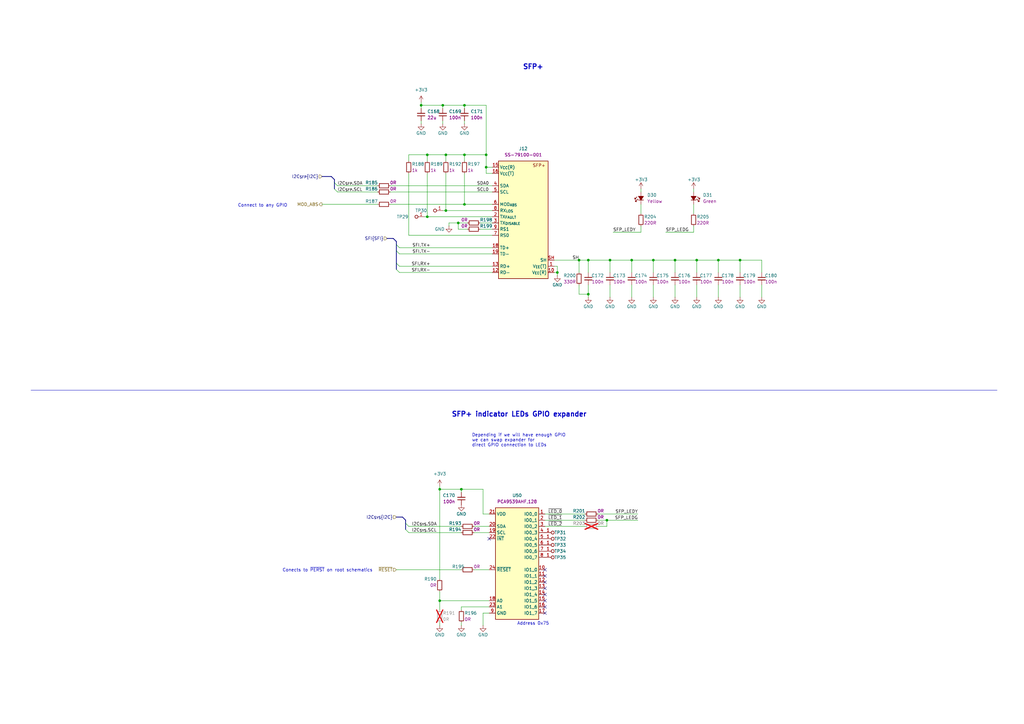
<source format=kicad_sch>
(kicad_sch (version 20250114) (generator "eeschema") (generator_version "9.0")
  (paper "A3")
  (title_block (title "Jetson AGX Thor Baseboard") (date "2025-08-11") (rev "1.0.0") (company "Antmicro Ltd") (comment 1 "www.antmicro.com"))
  (lib_symbols
    (symbol "antmicroCapacitors0402:C_100n_0402" (pin_numbers (hide yes)) (pin_names (hide yes))
      (property "Reference" "C" (at 20.32 -5.08 0))
      (property "Val" "100n" (at 20.32 -7.62 0))
      (symbol "C_100n_0402_1_1"
        (pin passive line (at 0 0 0) (length 2.032) (name "~") (number "1"))
        (pin passive line (at 5.08 0 180) (length 2.032) (name "~") (number "2"))
      )
    )
    (symbol "antmicroCapacitors0603:C_22u_16V_0603" (pin_numbers (hide yes)) (pin_names (hide yes))
      (property "Reference" "C" (at 20.32 -5.08 0))
      (property "Val" "22u" (at 20.32 -7.62 0))
      (symbol "C_22u_16V_0603_1_1"
        (pin passive line (at 0 0 0) (length 2.032) (name "~") (number "1"))
        (pin passive line (at 5.08 0 180) (length 2.032) (name "~") (number "2"))
      )
    )
    (symbol "antmicroInterfaceIOExpanders:PCA9539AHF"
      (property "Reference" "U" (at 36.83 -3.81 0))
      (property "MPN" "PCA9539AHF,128" (at 36.83 -6.35 0))
      (symbol "PCA9539AHF_1_1"
        (pin power_in line (at 0 0 0) (length 2.54) (name "VDD") (number "21"))
        (pin bidirectional line (at 0 -5.08 0) (length 2.54) (name "SDA") (number "20"))
        (pin input line (at 0 -7.62 0) (length 2.54) (name "SCL") (number "19"))
        (pin output line (at 0 -10.16 0) (length 2.54) (name "~{INT}") (number "22"))
        (pin input line (at 0 -22.86 0) (length 2.54) (name "~{RESET}") (number "24"))
        (pin input line (at 0 -35.56 0) (length 2.54) (name "A0") (number "18"))
        (pin input line (at 0 -38.1 0) (length 2.54) (name "A1") (number "23"))
        (pin passive line (at 0 -40.64 0) (length 2.54) (hide yes) (name "GND") (number "25"))
        (pin power_in line (at 0 -40.64 0) (length 2.54) (name "GND") (number "9"))
        (pin bidirectional line (at 22.86 0 180) (length 2.54) (name "IO0_0") (number "1"))
        (pin bidirectional line (at 22.86 -2.54 180) (length 2.54) (name "IO0_1") (number "2"))
        (pin bidirectional line (at 22.86 -5.08 180) (length 2.54) (name "IO0_2") (number "3"))
        (pin bidirectional line (at 22.86 -7.62 180) (length 2.54) (name "IO0_3") (number "4"))
        (pin bidirectional line (at 22.86 -10.16 180) (length 2.54) (name "IO0_4") (number "5"))
        (pin bidirectional line (at 22.86 -12.7 180) (length 2.54) (name "IO0_5") (number "6"))
        (pin bidirectional line (at 22.86 -15.24 180) (length 2.54) (name "IO0_6") (number "7"))
        (pin bidirectional line (at 22.86 -17.78 180) (length 2.54) (name "IO0_7") (number "8"))
        (pin bidirectional line (at 22.86 -22.86 180) (length 2.54) (name "IO1_0") (number "10"))
        (pin bidirectional line (at 22.86 -25.4 180) (length 2.54) (name "IO1_1") (number "11"))
        (pin bidirectional line (at 22.86 -27.94 180) (length 2.54) (name "IO1_2") (number "12"))
        (pin bidirectional line (at 22.86 -30.48 180) (length 2.54) (name "IO1_3") (number "13"))
        (pin bidirectional line (at 22.86 -33.02 180) (length 2.54) (name "IO1_4") (number "14"))
        (pin bidirectional line (at 22.86 -35.56 180) (length 2.54) (name "IO1_5") (number "15"))
        (pin bidirectional line (at 22.86 -38.1 180) (length 2.54) (name "IO1_6") (number "16"))
        (pin bidirectional line (at 22.86 -40.64 180) (length 2.54) (name "IO1_7") (number "17"))
      )
    )
    (symbol "antmicroLEDIndicationDiscrete:LED_G_0603_LTST-C190GKT" (pin_numbers (hide yes)) (pin_names (hide yes))
      (property "Reference" "D" (at 22.86 -2.54 0))
      (property "Color" "Green" (at 22.86 -5.08 0))
      (symbol "LED_G_0603_LTST-C190GKT_1_1"
        (pin passive line (at 0 0 0) (length 0.635) (name "C") (number "1"))
        (pin passive line (at 5.08 0 180) (length 0.635) (name "A") (number "2"))
      )
    )
    (symbol "antmicroLEDIndicationDiscrete:LED_Y_0603_LTST-C191KSKT" (pin_numbers (hide yes)) (pin_names (hide yes))
      (property "Reference" "D" (at 22.86 -2.54 0))
      (property "Color" "Yellow" (at 22.86 -5.08 0))
      (symbol "LED_Y_0603_LTST-C191KSKT_1_1"
        (pin passive line (at 0 0 0) (length 0.635) (name "C") (number "1"))
        (pin passive line (at 5.08 0 180) (length 0.635) (name "A") (number "2"))
      )
    )
    (symbol "antmicroResistors0402:R_0R_0402" (pin_numbers (hide yes)) (pin_names (hide yes))
      (property "Reference" "R" (at 20.32 -5.08 0))
      (property "Val" "0R" (at 20.32 -7.62 0))
      (symbol "R_0R_0402_1_1"
        (pin passive line (at 0 0 0) (length 0.635) (name "~") (number "1"))
        (pin passive line (at 5.08 0 180) (length 0.635) (name "~") (number "2"))
      )
    )
    (symbol "antmicroResistors0402:R_1k_0402" (pin_numbers (hide yes)) (pin_names (hide yes))
      (property "Reference" "R" (at 20.32 -5.08 0))
      (property "Val" "1k" (at 20.32 -7.62 0))
      (symbol "R_1k_0402_1_1"
        (pin passive line (at 0 0 0) (length 0.635) (name "~") (number "1"))
        (pin passive line (at 5.08 0 180) (length 0.635) (name "~") (number "2"))
      )
    )
    (symbol "antmicroResistors0402:R_220R_0402" (pin_numbers (hide yes)) (pin_names (hide yes))
      (property "Reference" "R" (at 20.32 -5.08 0))
      (property "Val" "220R" (at 20.32 -7.62 0))
      (symbol "R_220R_0402_1_1"
        (pin passive line (at 0 0 0) (length 0.635) (name "~") (number "1"))
        (pin passive line (at 5.08 0 180) (length 0.635) (name "~") (number "2"))
      )
    )
    (symbol "antmicroResistors0402:R_330R_0402" (pin_numbers (hide yes)) (pin_names (hide yes))
      (property "Reference" "R" (at 20.32 -5.08 0))
      (property "Val" "330R" (at 20.32 -7.62 0))
      (symbol "R_330R_0402_1_1"
        (pin passive line (at 0 0 0) (length 0.635) (name "~") (number "1"))
        (pin passive line (at 5.08 0 180) (length 0.635) (name "~") (number "2"))
      )
    )
    (symbol "antmicroTestPoints:TP_0.75mm_SMD" (pin_names (hide yes)) (in_bom no)
      (property "Reference" "TP" (at 10.16 -1.27 0))
      (symbol "TP_0.75mm_SMD_1_1"
        (pin passive line (at 0 0 0) (length 2.54) (name "1") (number "1"))
      )
    )
    (symbol "antmicroWire2BoardConnectors:Bel-Fuse_SFP+_1x20_SS-79100-001"
      (property "Reference" "J" (at 39.37 -2.54 0))
      (property "MPN" "SS-79100-001" (at 39.37 -5.08 0))
      (symbol "Bel-Fuse_SFP+_1x20_SS-79100-001_1_1"
        (text "SFP+\n" (at 16.51 0 0) (effects (font (size 1.27 1.27)) (justify left bottom)))
        (pin power_in line (at 0 0 0) (length 2.54) (name "V_{CC}(R)") (number "15"))
        (pin power_in line (at 0 -2.54 0) (length 2.54) (name "V_{CC}(T)") (number "16"))
        (pin bidirectional line (at 0 -7.62 0) (length 2.54) (name "SDA") (number "4"))
        (pin bidirectional line (at 0 -10.16 0) (length 2.54) (name "SCL") (number "5"))
        (pin passive line (at 0 -15.24 0) (length 2.54) (name "MOD_{ABS}") (number "6"))
        (pin open_collector line (at 0 -17.78 0) (length 2.54) (name "RX_{LOS}") (number "8"))
        (pin open_collector line (at 0 -20.32 0) (length 2.54) (name "TX_{FAULT}") (number "2"))
        (pin input line (at 0 -22.86 0) (length 2.54) (name "TX_{DISABLE}") (number "3"))
        (pin input line (at 0 -25.4 0) (length 2.54) (name "RS1") (number "9"))
        (pin input line (at 0 -27.94 0) (length 2.54) (name "RS0") (number "7"))
        (pin input line (at 0 -33.02 0) (length 2.54) (name "TD+") (number "18"))
        (pin input line (at 0 -35.56 0) (length 2.54) (name "TD-") (number "19"))
        (pin output line (at 0 -40.64 0) (length 2.54) (name "RD+") (number "13"))
        (pin output line (at 0 -43.18 0) (length 2.54) (name "RD-") (number "12"))
        (pin passive line (at 25.4 -38.1 180) (length 2.54) (name "SH") (number "SH"))
        (pin passive line (at 25.4 -40.64 180) (length 2.54) (name "V_{EE}(T)") (number "1"))
        (pin passive line (at 25.4 -40.64 180) (length 2.54) (hide yes) (name "V_{EE}(T)") (number "17"))
        (pin passive line (at 25.4 -40.64 180) (length 2.54) (hide yes) (name "V_{EE}(T)") (number "20"))
        (pin passive line (at 25.4 -43.18 180) (length 2.54) (name "V_{EE}(R)") (number "10"))
        (pin passive line (at 25.4 -43.18 180) (length 2.54) (hide yes) (name "V_{EE}(R)") (number "11"))
        (pin passive line (at 25.4 -43.18 180) (length 2.54) (hide yes) (name "V_{EE}(R)") (number "14"))
      )
    )
    (symbol "antmicropower:+3V3" (power) (pin_numbers (hide yes)) (pin_names (hide yes))
      (property "Value" "+3V3" (at -3.175 2.54 0))
      (symbol "+3V3_1_1"
        (pin power_in line (at 0 0 90) (length 0) (hide yes) (name "+3V3") (number "1"))
      )
    )
    (symbol "antmicropower:GND" (power) (pin_numbers (hide yes)) (pin_names (hide yes))
      (property "Value" "GND" (at 8.89 -5.08 0))
      (symbol "GND_1_1"
        (pin power_in line (at 0 0 270) (length 0) (name "GND") (number "1"))
      )
    )
  )
  (text "SFP+" (at 214.376 28.702 0) (effects (font (size 2 2) (thickness 0.4) (bold yes)) (justify left bottom)))
  (text "SFP+ indicator LEDs GPIO expander" (at 185.166 171.196 0) (effects (font (size 2 2) (thickness 0.4) (bold yes)) (justify left bottom)))
  (text "Connect to any GPIO" (at 97.536 84.328 0) (effects (font (size 1.27 1.27)) (justify left)))
  (text "Conects to ~{PERST} on root schematics" (at 115.824 233.934 0) (effects (font (size 1.27 1.27)) (justify left)))
  (text "Depending if we will have enough GPIO\nwe can swap expander for \ndirect GPIO connection to LEDs" (at 193.548 180.594 0) (effects (font (size 1.27 1.27)) (justify left)))
  (text "Address 0x75" (at 212.09 256.54 0) (effects (font (size 1.27 1.27)) (justify left bottom)))
  (junction (at 294.64 106.68))
  (junction (at 180.34 200.66))
  (junction (at 241.3 106.68))
  (junction (at 199.39 63.5))
  (junction (at 180.34 246.38))
  (junction (at 276.86 106.68))
  (junction (at 190.5 43.18))
  (junction (at 175.26 88.9))
  (junction (at 259.08 106.68))
  (junction (at 248.92 213.36))
  (junction (at 187.96 91.44))
  (junction (at 189.23 200.66))
  (junction (at 228.6 111.76))
  (junction (at 303.53 106.68))
  (junction (at 182.88 63.5))
  (junction (at 237.49 106.68))
  (junction (at 172.72 43.18))
  (junction (at 190.5 83.82))
  (junction (at 182.88 86.36))
  (junction (at 241.3 120.65))
  (junction (at 250.19 106.68))
  (junction (at 267.97 106.68))
  (junction (at 190.5 63.5))
  (junction (at 199.39 68.58))
  (junction (at 181.61 43.18))
  (junction (at 285.75 106.68))
  (junction (at 175.26 63.5))
  (no_connect (at 223.52 233.68))
  (no_connect (at 223.52 251.46))
  (no_connect (at 200.66 220.98))
  (no_connect (at 223.52 236.22))
  (no_connect (at 223.52 248.92))
  (no_connect (at 223.52 246.38))
  (no_connect (at 223.52 243.84))
  (no_connect (at 223.52 241.3))
  (no_connect (at 223.52 238.76))
  (bus_entry (at 162.56 107.95) (size 1.27 1.27))
  (bus_entry (at 137.16 77.47) (size 1.27 1.27))
  (bus_entry (at 167.64 215.9) (size -1.27 -1.27))
  (bus_entry (at 137.16 74.93) (size 1.27 1.27))
  (bus_entry (at 167.64 218.44) (size -1.27 -1.27))
  (bus_entry (at 162.56 110.49) (size 1.27 1.27))
  (bus_entry (at 162.56 100.33) (size 1.27 1.27))
  (bus_entry (at 162.56 102.87) (size 1.27 1.27))
  (wire (pts (xy 245.11 210.82) (xy 261.62 210.82)))
  (wire (pts (xy 162.56 233.68) (xy 189.23 233.68)))
  (wire (pts (xy 241.3 120.65) (xy 241.3 116.84)))
  (wire (pts (xy 163.83 101.6) (xy 201.93 101.6)))
  (wire (pts (xy 237.49 111.76) (xy 237.49 106.68)))
  (wire (pts (xy 241.3 106.68) (xy 250.19 106.68)))
  (bus (pts (xy 162.56 212.09) (xy 165.1 212.09)))
  (wire (pts (xy 245.11 215.9) (xy 248.92 215.9)))
  (wire (pts (xy 223.52 213.36) (xy 240.03 213.36)))
  (bus (pts (xy 137.16 73.66) (xy 135.89 72.39)))
  (wire (pts (xy 245.11 213.36) (xy 248.92 213.36)))
  (wire (pts (xy 267.97 106.68) (xy 276.86 106.68)))
  (bus (pts (xy 162.56 102.87) (xy 162.56 107.95)))
  (bus (pts (xy 162.56 99.06) (xy 161.29 97.79)))
  (wire (pts (xy 194.31 215.9) (xy 200.66 215.9)))
  (bus (pts (xy 137.16 73.66) (xy 137.16 74.93)))
  (wire (pts (xy 172.72 50.8) (xy 172.72 49.53)))
  (wire (pts (xy 187.96 93.98) (xy 191.77 93.98)))
  (wire (pts (xy 285.75 106.68) (xy 285.75 111.76)))
  (polyline (pts (xy 12.7 160.02) (xy 408.94 160.02)))
  (wire (pts (xy 237.49 120.65) (xy 237.49 116.84)))
  (wire (pts (xy 160.02 78.74) (xy 201.93 78.74)))
  (wire (pts (xy 190.5 83.82) (xy 190.5 71.12)))
  (wire (pts (xy 167.64 215.9) (xy 189.23 215.9)))
  (wire (pts (xy 259.08 106.68) (xy 267.97 106.68)))
  (wire (pts (xy 189.23 248.92) (xy 189.23 250.19)))
  (wire (pts (xy 182.88 66.04) (xy 182.88 63.5)))
  (bus (pts (xy 166.37 213.36) (xy 166.37 214.63)))
  (wire (pts (xy 312.42 116.84) (xy 312.42 121.92)))
  (wire (pts (xy 184.15 92.71) (xy 184.15 91.44)))
  (wire (pts (xy 173.99 88.9) (xy 175.26 88.9)))
  (wire (pts (xy 303.53 106.68) (xy 303.53 111.76)))
  (wire (pts (xy 303.53 116.84) (xy 303.53 121.92)))
  (wire (pts (xy 190.5 50.8) (xy 190.5 49.53)))
  (wire (pts (xy 167.64 63.5) (xy 175.26 63.5)))
  (wire (pts (xy 227.33 106.68) (xy 237.49 106.68)))
  (wire (pts (xy 175.26 88.9) (xy 201.93 88.9)))
  (wire (pts (xy 284.48 83.82) (xy 284.48 87.63)))
  (wire (pts (xy 276.86 106.68) (xy 285.75 106.68)))
  (wire (pts (xy 227.33 109.22) (xy 228.6 109.22)))
  (wire (pts (xy 241.3 111.76) (xy 241.3 106.68)))
  (wire (pts (xy 138.43 76.2) (xy 154.94 76.2)))
  (wire (pts (xy 180.34 200.66) (xy 180.34 237.49)))
  (wire (pts (xy 138.43 78.74) (xy 154.94 78.74)))
  (wire (pts (xy 184.15 91.44) (xy 187.96 91.44)))
  (wire (pts (xy 228.6 111.76) (xy 228.6 113.03)))
  (wire (pts (xy 294.64 106.68) (xy 303.53 106.68)))
  (wire (pts (xy 201.93 71.12) (xy 199.39 71.12)))
  (wire (pts (xy 259.08 106.68) (xy 259.08 111.76)))
  (wire (pts (xy 187.96 91.44) (xy 191.77 91.44)))
  (wire (pts (xy 190.5 43.18) (xy 199.39 43.18)))
  (wire (pts (xy 180.34 242.57) (xy 180.34 246.38)))
  (wire (pts (xy 199.39 68.58) (xy 201.93 68.58)))
  (wire (pts (xy 167.64 96.52) (xy 167.64 71.12)))
  (wire (pts (xy 181.61 50.8) (xy 181.61 49.53)))
  (wire (pts (xy 189.23 255.27) (xy 189.23 256.54)))
  (wire (pts (xy 284.48 92.71) (xy 284.48 95.25)))
  (wire (pts (xy 180.34 200.66) (xy 189.23 200.66)))
  (wire (pts (xy 276.86 116.84) (xy 276.86 121.92)))
  (bus (pts (xy 162.56 102.87) (xy 162.56 100.33)))
  (wire (pts (xy 262.89 77.47) (xy 262.89 78.74)))
  (wire (pts (xy 160.02 76.2) (xy 201.93 76.2)))
  (wire (pts (xy 250.19 106.68) (xy 250.19 111.76)))
  (wire (pts (xy 198.12 251.46) (xy 200.66 251.46)))
  (wire (pts (xy 228.6 109.22) (xy 228.6 111.76)))
  (wire (pts (xy 167.64 63.5) (xy 167.64 66.04)))
  (bus (pts (xy 166.37 213.36) (xy 165.1 212.09)))
  (wire (pts (xy 237.49 106.68) (xy 241.3 106.68)))
  (wire (pts (xy 172.72 43.18) (xy 172.72 44.45)))
  (wire (pts (xy 262.89 83.82) (xy 262.89 87.63)))
  (wire (pts (xy 167.64 96.52) (xy 201.93 96.52)))
  (wire (pts (xy 237.49 120.65) (xy 241.3 120.65)))
  (bus (pts (xy 158.75 97.79) (xy 161.29 97.79)))
  (wire (pts (xy 199.39 63.5) (xy 199.39 68.58)))
  (bus (pts (xy 137.16 74.93) (xy 137.16 77.47)))
  (wire (pts (xy 190.5 66.04) (xy 190.5 63.5)))
  (wire (pts (xy 196.85 91.44) (xy 201.93 91.44)))
  (wire (pts (xy 199.39 71.12) (xy 199.39 68.58)))
  (wire (pts (xy 180.34 246.38) (xy 180.34 250.19)))
  (wire (pts (xy 180.34 246.38) (xy 200.66 246.38)))
  (wire (pts (xy 223.52 215.9) (xy 240.03 215.9)))
  (wire (pts (xy 294.64 116.84) (xy 294.64 121.92)))
  (wire (pts (xy 250.19 106.68) (xy 259.08 106.68)))
  (wire (pts (xy 181.61 86.36) (xy 182.88 86.36)))
  (wire (pts (xy 132.08 83.82) (xy 154.94 83.82)))
  (wire (pts (xy 294.64 106.68) (xy 294.64 111.76)))
  (wire (pts (xy 223.52 210.82) (xy 240.03 210.82)))
  (wire (pts (xy 198.12 200.66) (xy 198.12 210.82)))
  (wire (pts (xy 198.12 210.82) (xy 200.66 210.82)))
  (wire (pts (xy 175.26 66.04) (xy 175.26 63.5)))
  (wire (pts (xy 194.31 233.68) (xy 200.66 233.68)))
  (wire (pts (xy 248.92 215.9) (xy 248.92 213.36)))
  (wire (pts (xy 250.19 116.84) (xy 250.19 121.92)))
  (wire (pts (xy 267.97 116.84) (xy 267.97 121.92)))
  (wire (pts (xy 175.26 71.12) (xy 175.26 88.9)))
  (wire (pts (xy 189.23 200.66) (xy 198.12 200.66)))
  (wire (pts (xy 196.85 93.98) (xy 201.93 93.98)))
  (wire (pts (xy 248.92 213.36) (xy 261.62 213.36)))
  (wire (pts (xy 273.05 95.25) (xy 284.48 95.25)))
  (wire (pts (xy 267.97 106.68) (xy 267.97 111.76)))
  (bus (pts (xy 166.37 214.63) (xy 166.37 217.17)))
  (wire (pts (xy 190.5 63.5) (xy 199.39 63.5)))
  (wire (pts (xy 163.83 104.14) (xy 201.93 104.14)))
  (wire (pts (xy 182.88 71.12) (xy 182.88 86.36)))
  (wire (pts (xy 167.64 218.44) (xy 189.23 218.44)))
  (wire (pts (xy 241.3 120.65) (xy 241.3 121.92)))
  (wire (pts (xy 182.88 63.5) (xy 190.5 63.5)))
  (wire (pts (xy 175.26 63.5) (xy 182.88 63.5)))
  (wire (pts (xy 187.96 91.44) (xy 187.96 93.98)))
  (wire (pts (xy 284.48 77.47) (xy 284.48 78.74)))
  (wire (pts (xy 303.53 106.68) (xy 312.42 106.68)))
  (wire (pts (xy 180.34 255.27) (xy 180.34 256.54)))
  (bus (pts (xy 162.56 99.06) (xy 162.56 100.33)))
  (wire (pts (xy 163.83 111.76) (xy 201.93 111.76)))
  (bus (pts (xy 162.56 107.95) (xy 162.56 110.49)))
  (wire (pts (xy 194.31 218.44) (xy 200.66 218.44)))
  (wire (pts (xy 180.34 199.39) (xy 180.34 200.66)))
  (wire (pts (xy 312.42 106.68) (xy 312.42 111.76)))
  (wire (pts (xy 251.46 95.25) (xy 262.89 95.25)))
  (wire (pts (xy 190.5 44.45) (xy 190.5 43.18)))
  (wire (pts (xy 163.83 109.22) (xy 201.93 109.22)))
  (wire (pts (xy 160.02 83.82) (xy 190.5 83.82)))
  (wire (pts (xy 172.72 41.91) (xy 172.72 43.18)))
  (bus (pts (xy 132.08 72.39) (xy 135.89 72.39)))
  (wire (pts (xy 182.88 86.36) (xy 201.93 86.36)))
  (wire (pts (xy 259.08 116.84) (xy 259.08 121.92)))
  (wire (pts (xy 181.61 43.18) (xy 181.61 44.45)))
  (wire (pts (xy 227.33 111.76) (xy 228.6 111.76)))
  (wire (pts (xy 285.75 106.68) (xy 294.64 106.68)))
  (wire (pts (xy 285.75 116.84) (xy 285.75 121.92)))
  (wire (pts (xy 199.39 43.18) (xy 199.39 63.5)))
  (wire (pts (xy 172.72 43.18) (xy 181.61 43.18)))
  (wire (pts (xy 190.5 83.82) (xy 201.93 83.82)))
  (wire (pts (xy 262.89 92.71) (xy 262.89 95.25)))
  (wire (pts (xy 276.86 106.68) (xy 276.86 111.76)))
  (wire (pts (xy 190.5 43.18) (xy 181.61 43.18)))
  (wire (pts (xy 198.12 251.46) (xy 198.12 256.54)))
  (wire (pts (xy 189.23 248.92) (xy 200.66 248.92)))
  (wire (pts (xy 189.23 200.66) (xy 189.23 201.93)))
  (label "SFI.RX-" (at 176.53 111.76 180))
  (label "SCL0" (at 195.58 78.74 0))
  (label "SFI.TX-" (at 176.53 104.14 180))
  (label "SFI.TX+" (at 176.53 101.6 180))
  (label "I2C_{SYS}.SDA" (at 168.91 215.9 0))
  (label "SFP_LEDY" (at 261.62 210.82 180))
  (label "SDA0" (at 195.58 76.2 0))
  (label "SFI.RX+" (at 176.53 109.22 180))
  (label "~{LED_2}" (at 224.79 215.9 0))
  (label "SH" (at 237.49 106.68 180))
  (label "I2C_{SFP}.SCL" (at 138.43 78.74 0))
  (label "SFP_LEDY" (at 251.46 95.25 0))
  (label "I2C_{SYS}.SCL" (at 168.91 218.44 0))
  (label "~{LED_1}" (at 224.79 213.36 0))
  (label "I2C_{SFP}.SDA" (at 138.43 76.2 0))
  (label "SFP_LEDG" (at 261.62 213.36 180))
  (label "SFP_LEDG" (at 273.05 95.25 0))
  (label "~{LED_0}" (at 224.79 210.82 0))
  (hierarchical_label "MOD_ABS" (shape output) (at 132.08 83.82 180))
  (hierarchical_label "I2C_{SFP}{I2C}" (shape input) (at 132.08 72.39 180))
  (hierarchical_label "I2C_{SYS}{I2C}" (shape input) (at 162.56 212.09 180))
  (hierarchical_label "~{RESET}" (shape input) (at 162.56 233.68 180))
  (hierarchical_label "SFI{SFI}" (shape input) (at 158.75 97.79 180))
  (symbol (lib_id "antmicroCapacitors0603:C_22u_16V_0603") (at 172.72 49.53 90) (unit 1)
    (property "Reference" "C168" (at 175.26 45.7135 90) (effects (justify right)))
    (property "Value" "C_22u_16V_0603" (effects (hide yes)))
    (property "Footprint" "antmicro-footprints:C_0603_1608Metric" (effects (hide yes)))
    (property "Datasheet" "https://product.samsungsem.com/mlcc/CL10A226MO7JZN.do" (effects (hide yes)))
    (property "MPN" "CL10A226MO7JZNC" (effects (hide yes)))
    (property "Manufacturer" "Samsung Electro-Mechanics" (effects (hide yes)))
    (property "License" "Apache-2.0" (effects (hide yes)))
    (property "Author" "Antmicro" (effects (hide yes)))
    (property "Val" "22u" (at 175.26 48.2535 90) (effects (justify right)))
    (property "Voltage" "16V" (effects (hide yes)))
    (property "Public" "False" (effects (hide yes)))
  )
  (symbol (lib_id "antmicroTestPoints:TP_0.75mm_SMD") (at 181.61 86.36 180) (unit 1) (in_bom no)
    (property "Reference" "TP30" (at 172.72 86.36 0))
    (property "Value" "TP_0.75mm_SMD" (effects (hide yes)))
    (property "Footprint" "antmicro-footprints:TP_SMD_0.75mm" (effects (hide yes)))
    (property "Author" "Antmicro" (effects (hide yes)))
    (property "License" "Apache-2.0" (effects (hide yes)))
    (property "Public" "False" (effects (hide yes)))
  )
  (symbol (lib_id "antmicroResistors0402:R_0R_0402") (at 154.94 83.82 0) (unit 1)
    (property "Reference" "R187" (at 152.4 82.55 0))
    (property "Value" "R_0R_0402" (effects (hide yes)))
    (property "Footprint" "antmicro-footprints:R_0402_1005Metric" (effects (hide yes)))
    (property "Datasheet" "https://industrial.panasonic.com/cdbs/www-data/pdf/RDA0000/AOA0000C301.pdf" (effects (hide yes)))
    (property "MPN" "ERJ2GE0R00X" (effects (hide yes)))
    (property "Manufacturer" "Panasonic" (effects (hide yes)))
    (property "License" "Apache-2.0" (effects (hide yes)))
    (property "Author" "Antmicro" (effects (hide yes)))
    (property "Val" "0R" (at 161.29 82.55 0))
    (property "Current" "1A" (effects (hide yes)))
    (property "Public" "False" (effects (hide yes)))
  )
  (symbol (lib_id "antmicroTestPoints:TP_0.75mm_SMD") (at 223.52 223.52 0) (unit 1) (in_bom no)
    (property "Reference" "TP33" (at 227.33 223.52 0) (effects (justify left)))
    (property "Value" "TP_0.75mm_SMD" (effects (hide yes)))
    (property "Footprint" "antmicro-footprints:TP_SMD_0.75mm" (effects (hide yes)))
    (property "Author" "Antmicro" (effects (hide yes)))
    (property "License" "Apache-2.0" (effects (hide yes)))
    (property "Public" "False" (effects (hide yes)))
  )
  (symbol (lib_id "antmicroTestPoints:TP_0.75mm_SMD") (at 223.52 218.44 0) (unit 1) (in_bom no)
    (property "Reference" "TP31" (at 227.33 218.44 0) (effects (justify left)))
    (property "Value" "TP_0.75mm_SMD" (effects (hide yes)))
    (property "Footprint" "antmicro-footprints:TP_SMD_0.75mm" (effects (hide yes)))
    (property "Author" "Antmicro" (effects (hide yes)))
    (property "License" "Apache-2.0" (effects (hide yes)))
    (property "Public" "False" (effects (hide yes)))
  )
  (symbol (lib_id "antmicroResistors0402:R_0R_0402") (at 189.23 218.44 0) (unit 1)
    (property "Reference" "R194" (at 186.69 217.17 0))
    (property "Value" "R_0R_0402" (effects (hide yes)))
    (property "Footprint" "antmicro-footprints:R_0402_1005Metric" (effects (hide yes)))
    (property "Datasheet" "https://industrial.panasonic.com/cdbs/www-data/pdf/RDA0000/AOA0000C301.pdf" (effects (hide yes)))
    (property "MPN" "ERJ2GE0R00X" (effects (hide yes)))
    (property "Manufacturer" "Panasonic" (effects (hide yes)))
    (property "License" "Apache-2.0" (effects (hide yes)))
    (property "Author" "Antmicro" (effects (hide yes)))
    (property "Val" "0R" (at 195.58 217.17 0))
    (property "Current" "1A" (effects (hide yes)))
    (property "Public" "False" (effects (hide yes)))
  )
  (symbol (lib_id "antmicroCapacitors0402:C_100n_0402") (at 285.75 111.76 90) (mirror x) (unit 1)
    (property "Reference" "C177" (at 292.1 113.03 90) (effects (justify left)))
    (property "Value" "C_100n_0402" (effects (hide yes)))
    (property "Footprint" "antmicro-footprints:C_0402_1005Metric" (effects (hide yes)))
    (property "Datasheet" "https://www.murata.com/products/productdetail?partno=GRM155R61H104KE14%23" (effects (hide yes)))
    (property "MPN" "GRM155R61H104KE14D" (effects (hide yes)))
    (property "Manufacturer" "Murata" (effects (hide yes)))
    (property "License" "Apache-2.0" (effects (hide yes)))
    (property "Author" "Antmicro" (effects (hide yes)))
    (property "Val" "100n" (at 292.1 115.57 90) (effects (justify left)))
    (property "Voltage" "50V" (effects (hide yes)))
    (property "Dielectric" "X5R" (effects (hide yes)))
    (property "Public" "False" (effects (hide yes)))
  )
  (symbol (lib_id "antmicroResistors0402:R_0R_0402") (at 240.03 213.36 0) (unit 1)
    (property "Reference" "R202" (at 237.49 212.09 0))
    (property "Value" "R_0R_0402" (effects (hide yes)))
    (property "Footprint" "antmicro-footprints:R_0402_1005Metric" (effects (hide yes)))
    (property "Datasheet" "https://industrial.panasonic.com/cdbs/www-data/pdf/RDA0000/AOA0000C301.pdf" (effects (hide yes)))
    (property "MPN" "ERJ2GE0R00X" (effects (hide yes)))
    (property "Manufacturer" "Panasonic" (effects (hide yes)))
    (property "License" "Apache-2.0" (effects (hide yes)))
    (property "Author" "Antmicro" (effects (hide yes)))
    (property "Val" "0R" (at 246.38 212.09 0))
    (property "Current" "1A" (effects (hide yes)))
    (property "Public" "False" (effects (hide yes)))
  )
  (symbol (lib_id "antmicropower:GND") (at 198.12 256.54 0) (unit 1)
    (property "Reference" "#PWR0346" (effects (hide yes)))
    (property "Value" "GND" (at 198.12 260.35 0))
    (property "Author" "Antmicro" (effects (hide yes)))
    (property "License" "Apache-2.0" (effects (hide yes)))
  )
  (symbol (lib_id "antmicropower:GND") (at 294.64 121.92 0) (mirror y) (unit 1)
    (property "Reference" "#PWR0356" (effects (hide yes)))
    (property "Value" "GND" (at 294.64 125.73 0))
    (property "Author" "Antmicro" (effects (hide yes)))
    (property "License" "Apache-2.0" (effects (hide yes)))
  )
  (symbol (lib_id "antmicroWire2BoardConnectors:Bel-Fuse_SFP+_1x20_SS-79100-001") (at 201.93 68.58 0) (unit 1)
    (property "Reference" "J12" (at 214.63 60.96 0))
    (property "Value" "Bel-Fuse_SFP+_1x20_SS-79100-001" (effects (hide yes)))
    (property "Footprint" "antmicro-footprints:Conn_Bel-Fuse_SFP+_1x20_SS-79100-001" (effects (hide yes)))
    (property "Datasheet" "https://www.cinch.com/media/datasheets/products/ethernet-usb/ds-stw-sfp-cages.pdf" (effects (hide yes)))
    (property "Description" "20 Position SFP+ Receptacle with Cage, Right Angle" (effects (hide yes)))
    (property "MPN" "SS-79100-001" (at 214.63 63.5 0))
    (property "Manufacturer" "Bel Fuse" (effects (hide yes)))
    (property "Author" "Antmicro" (effects (hide yes)))
    (property "License" "Apache-2.0" (effects (hide yes)))
  )
  (symbol (lib_id "antmicropower:GND") (at 189.23 256.54 0) (unit 1)
    (property "Reference" "#PWR0344" (effects (hide yes)))
    (property "Value" "GND" (at 189.23 260.35 0))
    (property "Author" "Antmicro" (effects (hide yes)))
    (property "License" "Apache-2.0" (effects (hide yes)))
  )
  (symbol (lib_id "antmicroTestPoints:TP_0.75mm_SMD") (at 173.99 88.9 180) (unit 1) (in_bom no)
    (property "Reference" "TP29" (at 165.1 88.9 0))
    (property "Value" "TP_0.75mm_SMD" (effects (hide yes)))
    (property "Footprint" "antmicro-footprints:TP_SMD_0.75mm" (effects (hide yes)))
    (property "Author" "Antmicro" (effects (hide yes)))
    (property "License" "Apache-2.0" (effects (hide yes)))
    (property "Public" "False" (effects (hide yes)))
  )
  (symbol (lib_id "antmicroResistors0402:R_0R_0402") (at 240.03 215.9 0) (unit 1) (dnp yes)
    (property "Reference" "R203" (at 237.49 214.63 0))
    (property "Value" "R_0R_0402" (effects (hide yes)))
    (property "Footprint" "antmicro-footprints:R_0402_1005Metric" (effects (hide yes)))
    (property "Datasheet" "https://industrial.panasonic.com/cdbs/www-data/pdf/RDA0000/AOA0000C301.pdf" (effects (hide yes)))
    (property "MPN" "ERJ2GE0R00X" (effects (hide yes)))
    (property "Manufacturer" "Panasonic" (effects (hide yes)))
    (property "License" "Apache-2.0" (effects (hide yes)))
    (property "Author" "Antmicro" (effects (hide yes)))
    (property "Val" "0R" (at 246.38 214.63 0))
    (property "Current" "1A" (effects (hide yes)))
    (property "Public" "False" (effects (hide yes)))
  )
  (symbol (lib_id "antmicropower:GND") (at 228.6 113.03 0) (unit 1)
    (property "Reference" "#PWR0347" (effects (hide yes)))
    (property "Value" "GND" (at 228.6 116.84 0))
    (property "Author" "Antmicro" (effects (hide yes)))
    (property "License" "Apache-2.0" (effects (hide yes)))
  )
  (symbol (lib_id "antmicroResistors0402:R_1k_0402") (at 175.26 71.12 90) (unit 1)
    (property "Reference" "R189" (at 176.53 67.31 90) (effects (justify right)))
    (property "Value" "R_1k_0402" (effects (hide yes)))
    (property "Footprint" "antmicro-footprints:R_0402_1005Metric" (effects (hide yes)))
    (property "Datasheet" "https://www.bourns.com/docs/product-datasheets/cr.pdf" (effects (hide yes)))
    (property "MPN" "CR0402-FX-1001GLF" (effects (hide yes)))
    (property "Manufacturer" "Bourns" (effects (hide yes)))
    (property "License" "Apache-2.0" (effects (hide yes)))
    (property "Author" "Antmicro" (effects (hide yes)))
    (property "Val" "1k" (at 176.53 69.85 90) (effects (justify right)))
    (property "Tolerance" "1%" (effects (hide yes)))
    (property "Public" "False" (effects (hide yes)))
  )
  (symbol (lib_id "antmicropower:GND") (at 276.86 121.92 0) (mirror y) (unit 1)
    (property "Reference" "#PWR0353" (effects (hide yes)))
    (property "Value" "GND" (at 276.86 125.73 0))
    (property "Author" "Antmicro" (effects (hide yes)))
    (property "License" "Apache-2.0" (effects (hide yes)))
  )
  (symbol (lib_id "antmicroCapacitors0402:C_100n_0402") (at 276.86 111.76 90) (mirror x) (unit 1)
    (property "Reference" "C176" (at 283.21 113.03 90) (effects (justify left)))
    (property "Value" "C_100n_0402" (effects (hide yes)))
    (property "Footprint" "antmicro-footprints:C_0402_1005Metric" (effects (hide yes)))
    (property "Datasheet" "https://www.murata.com/products/productdetail?partno=GRM155R61H104KE14%23" (effects (hide yes)))
    (property "MPN" "GRM155R61H104KE14D" (effects (hide yes)))
    (property "Manufacturer" "Murata" (effects (hide yes)))
    (property "License" "Apache-2.0" (effects (hide yes)))
    (property "Author" "Antmicro" (effects (hide yes)))
    (property "Val" "100n" (at 283.21 115.57 90) (effects (justify left)))
    (property "Voltage" "50V" (effects (hide yes)))
    (property "Dielectric" "X5R" (effects (hide yes)))
    (property "Public" "False" (effects (hide yes)))
  )
  (symbol (lib_id "antmicroResistors0402:R_0R_0402") (at 196.85 93.98 180) (unit 1)
    (property "Reference" "R199" (at 199.39 92.71 0))
    (property "Value" "R_0R_0402" (effects (hide yes)))
    (property "Footprint" "antmicro-footprints:R_0402_1005Metric" (effects (hide yes)))
    (property "Datasheet" "https://industrial.panasonic.com/cdbs/www-data/pdf/RDA0000/AOA0000C301.pdf" (effects (hide yes)))
    (property "MPN" "ERJ2GE0R00X" (effects (hide yes)))
    (property "Manufacturer" "Panasonic" (effects (hide yes)))
    (property "License" "Apache-2.0" (effects (hide yes)))
    (property "Author" "Antmicro" (effects (hide yes)))
    (property "Val" "0R" (at 190.5 92.71 0))
    (property "Current" "1A" (effects (hide yes)))
    (property "Public" "False" (effects (hide yes)))
  )
  (symbol (lib_id "antmicroCapacitors0402:C_100n_0402") (at 189.23 207.01 270) (mirror x) (unit 1)
    (property "Reference" "C170" (at 186.69 203.1936 90) (effects (justify right)))
    (property "Value" "C_100n_0402" (effects (hide yes)))
    (property "Footprint" "antmicro-footprints:C_0402_1005Metric" (effects (hide yes)))
    (property "Datasheet" "https://www.murata.com/products/productdetail?partno=GRM155R61H104KE14%23" (effects (hide yes)))
    (property "MPN" "GRM155R61H104KE14D" (effects (hide yes)))
    (property "Manufacturer" "Murata" (effects (hide yes)))
    (property "License" "Apache-2.0" (effects (hide yes)))
    (property "Author" "Antmicro" (effects (hide yes)))
    (property "Val" "100n" (at 186.69 205.7336 90) (effects (justify right)))
    (property "Voltage" "50V" (effects (hide yes)))
    (property "Dielectric" "X5R" (effects (hide yes)))
    (property "Public" "False" (effects (hide yes)))
  )
  (symbol (lib_id "antmicroResistors0402:R_0R_0402") (at 154.94 78.74 0) (unit 1)
    (property "Reference" "R186" (at 152.4 77.47 0))
    (property "Value" "R_0R_0402" (effects (hide yes)))
    (property "Footprint" "antmicro-footprints:R_0402_1005Metric" (effects (hide yes)))
    (property "Datasheet" "https://industrial.panasonic.com/cdbs/www-data/pdf/RDA0000/AOA0000C301.pdf" (effects (hide yes)))
    (property "MPN" "ERJ2GE0R00X" (effects (hide yes)))
    (property "Manufacturer" "Panasonic" (effects (hide yes)))
    (property "License" "Apache-2.0" (effects (hide yes)))
    (property "Author" "Antmicro" (effects (hide yes)))
    (property "Val" "0R" (at 161.29 77.47 0))
    (property "Current" "1A" (effects (hide yes)))
    (property "Public" "False" (effects (hide yes)))
  )
  (symbol (lib_id "antmicroCapacitors0402:C_100n_0402") (at 190.5 49.53 90) (unit 1)
    (property "Reference" "C171" (at 193.04 45.7136 90) (effects (justify right)))
    (property "Value" "C_100n_0402" (effects (hide yes)))
    (property "Footprint" "antmicro-footprints:C_0402_1005Metric" (effects (hide yes)))
    (property "Datasheet" "https://www.murata.com/products/productdetail?partno=GRM155R61H104KE14%23" (effects (hide yes)))
    (property "MPN" "GRM155R61H104KE14D" (effects (hide yes)))
    (property "Manufacturer" "Murata" (effects (hide yes)))
    (property "License" "Apache-2.0" (effects (hide yes)))
    (property "Author" "Antmicro" (effects (hide yes)))
    (property "Val" "100n" (at 193.04 48.2536 90) (effects (justify right)))
    (property "Voltage" "50V" (effects (hide yes)))
    (property "Dielectric" "X5R" (effects (hide yes)))
    (property "Public" "False" (effects (hide yes)))
  )
  (symbol (lib_id "antmicropower:GND") (at 190.5 50.8 0) (mirror y) (unit 1)
    (property "Reference" "#PWR0345" (effects (hide yes)))
    (property "Value" "GND" (at 190.5 54.61 0))
    (property "Author" "Antmicro" (effects (hide yes)))
    (property "License" "Apache-2.0" (effects (hide yes)))
  )
  (symbol (lib_id "antmicroResistors0402:R_0R_0402") (at 196.85 91.44 180) (unit 1)
    (property "Reference" "R198" (at 199.39 90.17 0))
    (property "Value" "R_0R_0402" (effects (hide yes)))
    (property "Footprint" "antmicro-footprints:R_0402_1005Metric" (effects (hide yes)))
    (property "Datasheet" "https://industrial.panasonic.com/cdbs/www-data/pdf/RDA0000/AOA0000C301.pdf" (effects (hide yes)))
    (property "MPN" "ERJ2GE0R00X" (effects (hide yes)))
    (property "Manufacturer" "Panasonic" (effects (hide yes)))
    (property "License" "Apache-2.0" (effects (hide yes)))
    (property "Author" "Antmicro" (effects (hide yes)))
    (property "Val" "0R" (at 190.5 90.17 0))
    (property "Current" "1A" (effects (hide yes)))
    (property "Public" "False" (effects (hide yes)))
  )
  (symbol (lib_id "antmicropower:GND") (at 259.08 121.92 0) (mirror y) (unit 1)
    (property "Reference" "#PWR0350" (effects (hide yes)))
    (property "Value" "GND" (at 259.08 125.73 0))
    (property "Author" "Antmicro" (effects (hide yes)))
    (property "License" "Apache-2.0" (effects (hide yes)))
  )
  (symbol (lib_id "antmicropower:GND") (at 184.15 92.71 0) (unit 1)
    (property "Reference" "#PWR0342" (effects (hide yes)))
    (property "Value" "GND" (at 180.34 93.98 0))
    (property "Author" "Antmicro" (effects (hide yes)))
    (property "License" "Apache-2.0" (effects (hide yes)))
  )
  (symbol (lib_id "antmicropower:GND") (at 181.61 50.8 0) (mirror y) (unit 1)
    (property "Reference" "#PWR0341" (effects (hide yes)))
    (property "Value" "GND" (at 181.61 54.61 0))
    (property "Author" "Antmicro" (effects (hide yes)))
    (property "License" "Apache-2.0" (effects (hide yes)))
  )
  (symbol (lib_id "antmicropower:GND") (at 180.34 256.54 0) (unit 1)
    (property "Reference" "#PWR0340" (effects (hide yes)))
    (property "Value" "GND" (at 180.34 260.35 0))
    (property "Author" "Antmicro" (effects (hide yes)))
    (property "License" "Apache-2.0" (effects (hide yes)))
  )
  (symbol (lib_id "antmicroResistors0402:R_1k_0402") (at 167.64 71.12 90) (unit 1)
    (property "Reference" "R188" (at 168.91 67.31 90) (effects (justify right)))
    (property "Value" "R_1k_0402" (effects (hide yes)))
    (property "Footprint" "antmicro-footprints:R_0402_1005Metric" (effects (hide yes)))
    (property "Datasheet" "https://www.bourns.com/docs/product-datasheets/cr.pdf" (effects (hide yes)))
    (property "MPN" "CR0402-FX-1001GLF" (effects (hide yes)))
    (property "Manufacturer" "Bourns" (effects (hide yes)))
    (property "License" "Apache-2.0" (effects (hide yes)))
    (property "Author" "Antmicro" (effects (hide yes)))
    (property "Val" "1k" (at 168.91 69.85 90) (effects (justify right)))
    (property "Tolerance" "1%" (effects (hide yes)))
    (property "Public" "False" (effects (hide yes)))
  )
  (symbol (lib_id "antmicroInterfaceIOExpanders:PCA9539AHF") (at 200.66 210.82 0) (unit 1)
    (property "Reference" "U50" (at 212.09 203.2 0))
    (property "Value" "PCA9539AHF" (effects (hide yes)))
    (property "Footprint" "antmicro-footprints:QFN-24-1EP_4x4mm_P0.5_EP2.1x2.1mm" (effects (hide yes)))
    (property "Datasheet" "https://www.nxp.com/docs/en/data-sheet/PCA9539A.pdf" (effects (hide yes)))
    (property "MPN" "PCA9539AHF,128" (at 212.09 205.74 0))
    (property "Manufacturer" "NXP" (effects (hide yes)))
    (property "Author" "Antmicro" (effects (hide yes)))
    (property "License" "Apache-2.0" (effects (hide yes)))
  )
  (symbol (lib_id "antmicroResistors0402:R_0R_0402") (at 189.23 255.27 90) (unit 1)
    (property "Reference" "R196" (at 190.5 251.46 90) (effects (justify right)))
    (property "Value" "R_0R_0402" (effects (hide yes)))
    (property "Footprint" "antmicro-footprints:R_0402_1005Metric" (effects (hide yes)))
    (property "Datasheet" "https://industrial.panasonic.com/cdbs/www-data/pdf/RDA0000/AOA0000C301.pdf" (effects (hide yes)))
    (property "MPN" "ERJ2GE0R00X" (effects (hide yes)))
    (property "Manufacturer" "Panasonic" (effects (hide yes)))
    (property "License" "Apache-2.0" (effects (hide yes)))
    (property "Author" "Antmicro" (effects (hide yes)))
    (property "Val" "0R" (at 190.5 254 90) (effects (justify right)))
    (property "Current" "1A" (effects (hide yes)))
    (property "Public" "False" (effects (hide yes)))
  )
  (symbol (lib_id "antmicroResistors0402:R_1k_0402") (at 182.88 71.12 90) (unit 1)
    (property "Reference" "R192" (at 184.15 67.31 90) (effects (justify right)))
    (property "Value" "R_1k_0402" (effects (hide yes)))
    (property "Footprint" "antmicro-footprints:R_0402_1005Metric" (effects (hide yes)))
    (property "Datasheet" "https://www.bourns.com/docs/product-datasheets/cr.pdf" (effects (hide yes)))
    (property "MPN" "CR0402-FX-1001GLF" (effects (hide yes)))
    (property "Manufacturer" "Bourns" (effects (hide yes)))
    (property "License" "Apache-2.0" (effects (hide yes)))
    (property "Author" "Antmicro" (effects (hide yes)))
    (property "Val" "1k" (at 184.15 69.85 90) (effects (justify right)))
    (property "Tolerance" "1%" (effects (hide yes)))
    (property "Public" "False" (effects (hide yes)))
  )
  (symbol (lib_id "antmicroLEDIndicationDiscrete:LED_G_0603_LTST-C190GKT") (at 284.48 83.82 270) (mirror x) (unit 1)
    (property "Reference" "D31" (at 288.29 80.01 90) (effects (justify left)))
    (property "Value" "LED_G_0603_LTST-C190GKT" (effects (hide yes)))
    (property "Footprint" "antmicro-footprints:LED_0603_1608Metric_G" (effects (hide yes)))
    (property "Datasheet" "https://media.digikey.com/pdf/Data%20Sheets/Lite-On%20PDFs/LTST-C190GKT.pdf" (effects (hide yes)))
    (property "MPN" "LTST-C190GKT" (effects (hide yes)))
    (property "Manufacturer" "Lite-On" (effects (hide yes)))
    (property "Author" "Antmicro" (effects (hide yes)))
    (property "License" "Apache-2.0" (effects (hide yes)))
    (property "Public" "False" (effects (hide yes)))
    (property "Color" "Green" (at 288.29 82.55 90) (effects (justify left)))
  )
  (symbol (lib_id "antmicropower:+3V3") (at 172.72 41.91 0) (unit 1)
    (property "Reference" "#PWR0337" (effects (hide yes)))
    (property "Value" "+3V3" (at 172.72 36.83 0))
    (property "Author" "Antmicro" (effects (hide yes)))
    (property "License" "Apache-2.0" (effects (hide yes)))
  )
  (symbol (lib_id "antmicroCapacitors0402:C_100n_0402") (at 303.53 111.76 90) (mirror x) (unit 1)
    (property "Reference" "C179" (at 309.88 113.03 90) (effects (justify left)))
    (property "Value" "C_100n_0402" (effects (hide yes)))
    (property "Footprint" "antmicro-footprints:C_0402_1005Metric" (effects (hide yes)))
    (property "Datasheet" "https://www.murata.com/products/productdetail?partno=GRM155R61H104KE14%23" (effects (hide yes)))
    (property "MPN" "GRM155R61H104KE14D" (effects (hide yes)))
    (property "Manufacturer" "Murata" (effects (hide yes)))
    (property "License" "Apache-2.0" (effects (hide yes)))
    (property "Author" "Antmicro" (effects (hide yes)))
    (property "Val" "100n" (at 309.88 115.57 90) (effects (justify left)))
    (property "Voltage" "50V" (effects (hide yes)))
    (property "Dielectric" "X5R" (effects (hide yes)))
    (property "Public" "False" (effects (hide yes)))
  )
  (symbol (lib_id "antmicropower:GND") (at 303.53 121.92 0) (mirror y) (unit 1)
    (property "Reference" "#PWR0357" (effects (hide yes)))
    (property "Value" "GND" (at 303.53 125.73 0))
    (property "Author" "Antmicro" (effects (hide yes)))
    (property "License" "Apache-2.0" (effects (hide yes)))
  )
  (symbol (lib_id "antmicroCapacitors0402:C_100n_0402") (at 312.42 111.76 90) (mirror x) (unit 1)
    (property "Reference" "C180" (at 318.77 113.03 90) (effects (justify left)))
    (property "Value" "C_100n_0402" (effects (hide yes)))
    (property "Footprint" "antmicro-footprints:C_0402_1005Metric" (effects (hide yes)))
    (property "Datasheet" "https://www.murata.com/products/productdetail?partno=GRM155R61H104KE14%23" (effects (hide yes)))
    (property "MPN" "GRM155R61H104KE14D" (effects (hide yes)))
    (property "Manufacturer" "Murata" (effects (hide yes)))
    (property "License" "Apache-2.0" (effects (hide yes)))
    (property "Author" "Antmicro" (effects (hide yes)))
    (property "Val" "100n" (at 318.77 115.57 90) (effects (justify left)))
    (property "Voltage" "50V" (effects (hide yes)))
    (property "Dielectric" "X5R" (effects (hide yes)))
    (property "Public" "False" (effects (hide yes)))
  )
  (symbol (lib_id "antmicroCapacitors0402:C_100n_0402") (at 181.61 49.53 90) (unit 1)
    (property "Reference" "C169" (at 184.15 45.7136 90) (effects (justify right)))
    (property "Value" "C_100n_0402" (effects (hide yes)))
    (property "Footprint" "antmicro-footprints:C_0402_1005Metric" (effects (hide yes)))
    (property "Datasheet" "https://www.murata.com/products/productdetail?partno=GRM155R61H104KE14%23" (effects (hide yes)))
    (property "MPN" "GRM155R61H104KE14D" (effects (hide yes)))
    (property "Manufacturer" "Murata" (effects (hide yes)))
    (property "License" "Apache-2.0" (effects (hide yes)))
    (property "Author" "Antmicro" (effects (hide yes)))
    (property "Val" "100n" (at 184.15 48.2536 90) (effects (justify right)))
    (property "Voltage" "50V" (effects (hide yes)))
    (property "Dielectric" "X5R" (effects (hide yes)))
    (property "Public" "False" (effects (hide yes)))
  )
  (symbol (lib_id "antmicroLEDIndicationDiscrete:LED_Y_0603_LTST-C191KSKT") (at 262.89 83.82 90) (unit 1)
    (property "Reference" "D30" (at 265.43 80.01 90) (effects (justify right)))
    (property "Value" "LED_Y_0603_LTST-C191KSKT" (effects (hide yes)))
    (property "Footprint" "antmicro-footprints:LED_0603_1608Metric_Y" (effects (hide yes)))
    (property "Datasheet" "https://optoelectronics.liteon.com/upload/download/DS22-2000-224/LTST-C191KSKT.PDF" (effects (hide yes)))
    (property "MPN" "LTST-C191KSKT" (effects (hide yes)))
    (property "Manufacturer" "Lite-On" (effects (hide yes)))
    (property "Color" "Yellow" (at 265.43 82.55 90) (effects (justify right)))
    (property "Author" "Antmicro" (effects (hide yes)))
    (property "License" "Apache-2.0" (effects (hide yes)))
  )
  (symbol (lib_id "antmicropower:+3V3") (at 262.89 77.47 0) (unit 1)
    (property "Reference" "#PWR0351" (effects (hide yes)))
    (property "Value" "+3V3" (at 260.35 73.66 0) (effects (justify left)))
    (property "Author" "Antmicro" (effects (hide yes)))
    (property "License" "Apache-2.0" (effects (hide yes)))
  )
  (symbol (lib_id "antmicroResistors0402:R_0R_0402") (at 180.34 242.57 90) (unit 1)
    (property "Reference" "R190" (at 179.07 237.49 90) (effects (justify left)))
    (property "Value" "R_0R_0402" (effects (hide yes)))
    (property "Footprint" "antmicro-footprints:R_0402_1005Metric" (effects (hide yes)))
    (property "Datasheet" "https://industrial.panasonic.com/cdbs/www-data/pdf/RDA0000/AOA0000C301.pdf" (effects (hide yes)))
    (property "MPN" "ERJ2GE0R00X" (effects (hide yes)))
    (property "Manufacturer" "Panasonic" (effects (hide yes)))
    (property "License" "Apache-2.0" (effects (hide yes)))
    (property "Author" "Antmicro" (effects (hide yes)))
    (property "Val" "0R" (at 179.07 240.03 90) (effects (justify left)))
    (property "Current" "1A" (effects (hide yes)))
    (property "Public" "False" (effects (hide yes)))
  )
  (symbol (lib_id "antmicroTestPoints:TP_0.75mm_SMD") (at 223.52 220.98 0) (unit 1) (in_bom no)
    (property "Reference" "TP32" (at 227.33 220.98 0) (effects (justify left)))
    (property "Value" "TP_0.75mm_SMD" (effects (hide yes)))
    (property "Footprint" "antmicro-footprints:TP_SMD_0.75mm" (effects (hide yes)))
    (property "Author" "Antmicro" (effects (hide yes)))
    (property "License" "Apache-2.0" (effects (hide yes)))
    (property "Public" "False" (effects (hide yes)))
  )
  (symbol (lib_id "antmicroCapacitors0402:C_100n_0402") (at 250.19 111.76 90) (mirror x) (unit 1)
    (property "Reference" "C173" (at 256.54 113.03 90) (effects (justify left)))
    (property "Value" "C_100n_0402" (effects (hide yes)))
    (property "Footprint" "antmicro-footprints:C_0402_1005Metric" (effects (hide yes)))
    (property "Datasheet" "https://www.murata.com/products/productdetail?partno=GRM155R61H104KE14%23" (effects (hide yes)))
    (property "MPN" "GRM155R61H104KE14D" (effects (hide yes)))
    (property "Manufacturer" "Murata" (effects (hide yes)))
    (property "License" "Apache-2.0" (effects (hide yes)))
    (property "Author" "Antmicro" (effects (hide yes)))
    (property "Val" "100n" (at 256.54 115.57 90) (effects (justify left)))
    (property "Voltage" "50V" (effects (hide yes)))
    (property "Dielectric" "X5R" (effects (hide yes)))
    (property "Public" "False" (effects (hide yes)))
  )
  (symbol (lib_id "antmicroResistors0402:R_0R_0402") (at 240.03 210.82 0) (unit 1)
    (property "Reference" "R201" (at 237.49 209.55 0))
    (property "Value" "R_0R_0402" (effects (hide yes)))
    (property "Footprint" "antmicro-footprints:R_0402_1005Metric" (effects (hide yes)))
    (property "Datasheet" "https://industrial.panasonic.com/cdbs/www-data/pdf/RDA0000/AOA0000C301.pdf" (effects (hide yes)))
    (property "MPN" "ERJ2GE0R00X" (effects (hide yes)))
    (property "Manufacturer" "Panasonic" (effects (hide yes)))
    (property "License" "Apache-2.0" (effects (hide yes)))
    (property "Author" "Antmicro" (effects (hide yes)))
    (property "Val" "0R" (at 246.38 209.55 0))
    (property "Current" "1A" (effects (hide yes)))
    (property "Public" "False" (effects (hide yes)))
  )
  (symbol (lib_id "antmicropower:GND") (at 241.3 121.92 0) (mirror y) (unit 1)
    (property "Reference" "#PWR0348" (effects (hide yes)))
    (property "Value" "GND" (at 241.3 125.73 0))
    (property "Author" "Antmicro" (effects (hide yes)))
    (property "License" "Apache-2.0" (effects (hide yes)))
  )
  (symbol (lib_id "antmicropower:GND") (at 189.23 207.01 0) (unit 1)
    (property "Reference" "#PWR0343" (effects (hide yes)))
    (property "Value" "GND" (at 189.23 210.82 0))
    (property "Author" "Antmicro" (effects (hide yes)))
    (property "License" "Apache-2.0" (effects (hide yes)))
  )
  (symbol (lib_id "antmicropower:+3V3") (at 180.34 199.39 0) (unit 1)
    (property "Reference" "#PWR0339" (effects (hide yes)))
    (property "Value" "+3V3" (at 180.34 194.31 0))
    (property "Author" "Antmicro" (effects (hide yes)))
    (property "License" "Apache-2.0" (effects (hide yes)))
  )
  (symbol (lib_id "antmicroResistors0402:R_0R_0402") (at 180.34 255.27 90) (unit 1) (dnp yes)
    (property "Reference" "R191" (at 181.61 251.46 90) (effects (justify right)))
    (property "Value" "R_0R_0402" (effects (hide yes)))
    (property "Footprint" "antmicro-footprints:R_0402_1005Metric" (effects (hide yes)))
    (property "Datasheet" "https://industrial.panasonic.com/cdbs/www-data/pdf/RDA0000/AOA0000C301.pdf" (effects (hide yes)))
    (property "MPN" "ERJ2GE0R00X" (effects (hide yes)))
    (property "Manufacturer" "Panasonic" (effects (hide yes)))
    (property "License" "Apache-2.0" (effects (hide yes)))
    (property "Author" "Antmicro" (effects (hide yes)))
    (property "Val" "0R" (at 181.61 254 90) (effects (justify right)))
    (property "Current" "1A" (effects (hide yes)))
    (property "Public" "False" (effects (hide yes)))
  )
  (symbol (lib_id "antmicropower:+3V3") (at 284.48 77.47 0) (unit 1)
    (property "Reference" "#PWR0354" (effects (hide yes)))
    (property "Value" "+3V3" (at 281.94 73.66 0) (effects (justify left)))
    (property "Author" "Antmicro" (effects (hide yes)))
    (property "License" "Apache-2.0" (effects (hide yes)))
  )
  (symbol (lib_id "antmicroCapacitors0402:C_100n_0402") (at 241.3 111.76 90) (mirror x) (unit 1)
    (property "Reference" "C172" (at 247.65 113.03 90) (effects (justify left)))
    (property "Value" "C_100n_0402" (effects (hide yes)))
    (property "Footprint" "antmicro-footprints:C_0402_1005Metric" (effects (hide yes)))
    (property "Datasheet" "https://www.murata.com/products/productdetail?partno=GRM155R61H104KE14%23" (effects (hide yes)))
    (property "MPN" "GRM155R61H104KE14D" (effects (hide yes)))
    (property "Manufacturer" "Murata" (effects (hide yes)))
    (property "License" "Apache-2.0" (effects (hide yes)))
    (property "Author" "Antmicro" (effects (hide yes)))
    (property "Val" "100n" (at 247.65 115.57 90) (effects (justify left)))
    (property "Voltage" "50V" (effects (hide yes)))
    (property "Dielectric" "X5R" (effects (hide yes)))
    (property "Public" "False" (effects (hide yes)))
  )
  (symbol (lib_id "antmicroResistors0402:R_330R_0402") (at 237.49 111.76 90) (mirror x) (unit 1)
    (property "Reference" "R200" (at 236.22 113.03 90) (effects (justify left)))
    (property "Value" "R_330R_0402" (effects (hide yes)))
    (property "Footprint" "antmicro-footprints:R_0402_1005Metric" (effects (hide yes)))
    (property "Datasheet" "https://www.bourns.com/docs/product-datasheets/cr.pdf" (effects (hide yes)))
    (property "MPN" "CR0402-FX-3300GLF" (effects (hide yes)))
    (property "Manufacturer" "Bourns" (effects (hide yes)))
    (property "License" "Apache-2.0" (effects (hide yes)))
    (property "Author" "Antmicro" (effects (hide yes)))
    (property "Val" "330R" (at 236.22 115.57 90) (effects (justify left)))
    (property "Tolerance" "1%" (effects (hide yes)))
    (property "Public" "False" (effects (hide yes)))
  )
  (symbol (lib_id "antmicroResistors0402:R_220R_0402") (at 284.48 92.71 90) (unit 1)
    (property "Reference" "R205" (at 285.75 88.9 90) (effects (justify right)))
    (property "Value" "R_220R_0402" (effects (hide yes)))
    (property "Footprint" "antmicro-footprints:R_0402_1005Metric" (effects (hide yes)))
    (property "Datasheet" "https://www.bourns.com/docs/product-datasheets/cr.pdf" (effects (hide yes)))
    (property "MPN" "CR0402-FX-2200GLF" (effects (hide yes)))
    (property "Manufacturer" "Bourns" (effects (hide yes)))
    (property "License" "Apache-2.0" (effects (hide yes)))
    (property "Author" "Antmicro" (effects (hide yes)))
    (property "Val" "220R" (at 285.75 91.44 90) (effects (justify right)))
    (property "Tolerance" "1%" (effects (hide yes)))
    (property "Public" "False" (effects (hide yes)))
  )
  (symbol (lib_id "antmicroResistors0402:R_0R_0402") (at 189.23 215.9 0) (unit 1)
    (property "Reference" "R193" (at 186.69 214.63 0))
    (property "Value" "R_0R_0402" (effects (hide yes)))
    (property "Footprint" "antmicro-footprints:R_0402_1005Metric" (effects (hide yes)))
    (property "Datasheet" "https://industrial.panasonic.com/cdbs/www-data/pdf/RDA0000/AOA0000C301.pdf" (effects (hide yes)))
    (property "MPN" "ERJ2GE0R00X" (effects (hide yes)))
    (property "Manufacturer" "Panasonic" (effects (hide yes)))
    (property "License" "Apache-2.0" (effects (hide yes)))
    (property "Author" "Antmicro" (effects (hide yes)))
    (property "Val" "0R" (at 195.58 214.63 0))
    (property "Current" "1A" (effects (hide yes)))
    (property "Public" "False" (effects (hide yes)))
  )
  (symbol (lib_id "antmicropower:GND") (at 312.42 121.92 0) (mirror y) (unit 1)
    (property "Reference" "#PWR0358" (effects (hide yes)))
    (property "Value" "GND" (at 312.42 125.73 0))
    (property "Author" "Antmicro" (effects (hide yes)))
    (property "License" "Apache-2.0" (effects (hide yes)))
  )
  (symbol (lib_id "antmicroResistors0402:R_1k_0402") (at 190.5 71.12 90) (unit 1)
    (property "Reference" "R197" (at 191.77 67.31 90) (effects (justify right)))
    (property "Value" "R_1k_0402" (effects (hide yes)))
    (property "Footprint" "antmicro-footprints:R_0402_1005Metric" (effects (hide yes)))
    (property "Datasheet" "https://www.bourns.com/docs/product-datasheets/cr.pdf" (effects (hide yes)))
    (property "MPN" "CR0402-FX-1001GLF" (effects (hide yes)))
    (property "Manufacturer" "Bourns" (effects (hide yes)))
    (property "License" "Apache-2.0" (effects (hide yes)))
    (property "Author" "Antmicro" (effects (hide yes)))
    (property "Val" "1k" (at 191.77 69.85 90) (effects (justify right)))
    (property "Tolerance" "1%" (effects (hide yes)))
    (property "Public" "False" (effects (hide yes)))
  )
  (symbol (lib_id "antmicroResistors0402:R_220R_0402") (at 262.89 92.71 90) (unit 1)
    (property "Reference" "R204" (at 264.16 88.9 90) (effects (justify right)))
    (property "Value" "R_220R_0402" (effects (hide yes)))
    (property "Footprint" "antmicro-footprints:R_0402_1005Metric" (effects (hide yes)))
    (property "Datasheet" "https://www.bourns.com/docs/product-datasheets/cr.pdf" (effects (hide yes)))
    (property "MPN" "CR0402-FX-2200GLF" (effects (hide yes)))
    (property "Manufacturer" "Bourns" (effects (hide yes)))
    (property "License" "Apache-2.0" (effects (hide yes)))
    (property "Author" "Antmicro" (effects (hide yes)))
    (property "Val" "220R" (at 264.16 91.44 90) (effects (justify right)))
    (property "Tolerance" "1%" (effects (hide yes)))
    (property "Public" "False" (effects (hide yes)))
  )
  (symbol (lib_id "antmicroCapacitors0402:C_100n_0402") (at 267.97 111.76 90) (mirror x) (unit 1)
    (property "Reference" "C175" (at 274.32 113.03 90) (effects (justify left)))
    (property "Value" "C_100n_0402" (effects (hide yes)))
    (property "Footprint" "antmicro-footprints:C_0402_1005Metric" (effects (hide yes)))
    (property "Datasheet" "https://www.murata.com/products/productdetail?partno=GRM155R61H104KE14%23" (effects (hide yes)))
    (property "MPN" "GRM155R61H104KE14D" (effects (hide yes)))
    (property "Manufacturer" "Murata" (effects (hide yes)))
    (property "License" "Apache-2.0" (effects (hide yes)))
    (property "Author" "Antmicro" (effects (hide yes)))
    (property "Val" "100n" (at 274.32 115.57 90) (effects (justify left)))
    (property "Voltage" "50V" (effects (hide yes)))
    (property "Dielectric" "X5R" (effects (hide yes)))
    (property "Public" "False" (effects (hide yes)))
  )
  (symbol (lib_id "antmicroTestPoints:TP_0.75mm_SMD") (at 223.52 228.6 0) (unit 1) (in_bom no)
    (property "Reference" "TP35" (at 227.33 228.6 0) (effects (justify left)))
    (property "Value" "TP_0.75mm_SMD" (effects (hide yes)))
    (property "Footprint" "antmicro-footprints:TP_SMD_0.75mm" (effects (hide yes)))
    (property "Author" "Antmicro" (effects (hide yes)))
    (property "License" "Apache-2.0" (effects (hide yes)))
    (property "Public" "False" (effects (hide yes)))
  )
  (symbol (lib_id "antmicroCapacitors0402:C_100n_0402") (at 294.64 111.76 90) (mirror x) (unit 1)
    (property "Reference" "C178" (at 300.99 113.03 90) (effects (justify left)))
    (property "Value" "C_100n_0402" (effects (hide yes)))
    (property "Footprint" "antmicro-footprints:C_0402_1005Metric" (effects (hide yes)))
    (property "Datasheet" "https://www.murata.com/products/productdetail?partno=GRM155R61H104KE14%23" (effects (hide yes)))
    (property "MPN" "GRM155R61H104KE14D" (effects (hide yes)))
    (property "Manufacturer" "Murata" (effects (hide yes)))
    (property "License" "Apache-2.0" (effects (hide yes)))
    (property "Author" "Antmicro" (effects (hide yes)))
    (property "Val" "100n" (at 300.99 115.57 90) (effects (justify left)))
    (property "Voltage" "50V" (effects (hide yes)))
    (property "Dielectric" "X5R" (effects (hide yes)))
    (property "Public" "False" (effects (hide yes)))
  )
  (symbol (lib_id "antmicropower:GND") (at 172.72 50.8 0) (mirror y) (unit 1)
    (property "Reference" "#PWR0338" (effects (hide yes)))
    (property "Value" "GND" (at 172.72 54.61 0))
    (property "Author" "Antmicro" (effects (hide yes)))
    (property "License" "Apache-2.0" (effects (hide yes)))
  )
  (symbol (lib_id "antmicroResistors0402:R_0R_0402") (at 154.94 76.2 0) (unit 1)
    (property "Reference" "R185" (at 152.4 74.93 0))
    (property "Value" "R_0R_0402" (effects (hide yes)))
    (property "Footprint" "antmicro-footprints:R_0402_1005Metric" (effects (hide yes)))
    (property "Datasheet" "https://industrial.panasonic.com/cdbs/www-data/pdf/RDA0000/AOA0000C301.pdf" (effects (hide yes)))
    (property "MPN" "ERJ2GE0R00X" (effects (hide yes)))
    (property "Manufacturer" "Panasonic" (effects (hide yes)))
    (property "License" "Apache-2.0" (effects (hide yes)))
    (property "Author" "Antmicro" (effects (hide yes)))
    (property "Val" "0R" (at 161.29 74.93 0))
    (property "Current" "1A" (effects (hide yes)))
    (property "Public" "False" (effects (hide yes)))
  )
  (symbol (lib_id "antmicroTestPoints:TP_0.75mm_SMD") (at 223.52 226.06 0) (unit 1) (in_bom no)
    (property "Reference" "TP34" (at 227.33 226.06 0) (effects (justify left)))
    (property "Value" "TP_0.75mm_SMD" (effects (hide yes)))
    (property "Footprint" "antmicro-footprints:TP_SMD_0.75mm" (effects (hide yes)))
    (property "Author" "Antmicro" (effects (hide yes)))
    (property "License" "Apache-2.0" (effects (hide yes)))
    (property "Public" "False" (effects (hide yes)))
  )
  (symbol (lib_id "antmicropower:GND") (at 285.75 121.92 0) (mirror y) (unit 1)
    (property "Reference" "#PWR0355" (effects (hide yes)))
    (property "Value" "GND" (at 285.75 125.73 0))
    (property "Author" "Antmicro" (effects (hide yes)))
    (property "License" "Apache-2.0" (effects (hide yes)))
  )
  (symbol (lib_id "antmicropower:GND") (at 250.19 121.92 0) (mirror y) (unit 1)
    (property "Reference" "#PWR0349" (effects (hide yes)))
    (property "Value" "GND" (at 250.19 125.73 0))
    (property "Author" "Antmicro" (effects (hide yes)))
    (property "License" "Apache-2.0" (effects (hide yes)))
  )
  (symbol (lib_id "antmicroResistors0402:R_0R_0402") (at 189.23 233.68 0) (unit 1)
    (property "Reference" "R195" (at 187.96 232.41 0))
    (property "Value" "R_0R_0402" (effects (hide yes)))
    (property "Footprint" "antmicro-footprints:R_0402_1005Metric" (effects (hide yes)))
    (property "Datasheet" "https://industrial.panasonic.com/cdbs/www-data/pdf/RDA0000/AOA0000C301.pdf" (effects (hide yes)))
    (property "MPN" "ERJ2GE0R00X" (effects (hide yes)))
    (property "Manufacturer" "Panasonic" (effects (hide yes)))
    (property "License" "Apache-2.0" (effects (hide yes)))
    (property "Author" "Antmicro" (effects (hide yes)))
    (property "Val" "0R" (at 195.58 232.41 0))
    (property "Current" "1A" (effects (hide yes)))
    (property "Public" "False" (effects (hide yes)))
  )
  (symbol (lib_id "antmicroCapacitors0402:C_100n_0402") (at 259.08 111.76 90) (mirror x) (unit 1)
    (property "Reference" "C174" (at 265.43 113.03 90) (effects (justify left)))
    (property "Value" "C_100n_0402" (effects (hide yes)))
    (property "Footprint" "antmicro-footprints:C_0402_1005Metric" (effects (hide yes)))
    (property "Datasheet" "https://www.murata.com/products/productdetail?partno=GRM155R61H104KE14%23" (effects (hide yes)))
    (property "MPN" "GRM155R61H104KE14D" (effects (hide yes)))
    (property "Manufacturer" "Murata" (effects (hide yes)))
    (property "License" "Apache-2.0" (effects (hide yes)))
    (property "Author" "Antmicro" (effects (hide yes)))
    (property "Val" "100n" (at 265.43 115.57 90) (effects (justify left)))
    (property "Voltage" "50V" (effects (hide yes)))
    (property "Dielectric" "X5R" (effects (hide yes)))
    (property "Public" "False" (effects (hide yes)))
  )
  (symbol (lib_id "antmicropower:GND") (at 267.97 121.92 0) (mirror y) (unit 1)
    (property "Reference" "#PWR0352" (effects (hide yes)))
    (property "Value" "GND" (at 267.97 125.73 0))
    (property "Author" "Antmicro" (effects (hide yes)))
    (property "License" "Apache-2.0" (effects (hide yes)))
  )
)
</source>
